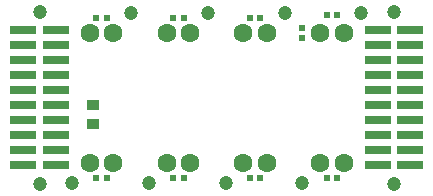
<source format=gbs>
G04 #@! TF.GenerationSoftware,KiCad,Pcbnew,no-vcs-found-d3b382c~59~ubuntu16.04.1*
G04 #@! TF.CreationDate,2017-07-28T01:41:28+01:00*
G04 #@! TF.ProjectId,m3top,6D33746F702E6B696361645F70636200,rev?*
G04 #@! TF.SameCoordinates,Original
G04 #@! TF.FileFunction,Soldermask,Bot*
G04 #@! TF.FilePolarity,Negative*
%FSLAX46Y46*%
G04 Gerber Fmt 4.6, Leading zero omitted, Abs format (unit mm)*
G04 Created by KiCad (PCBNEW no-vcs-found-d3b382c~59~ubuntu16.04.1) date Fri Jul 28 01:41:28 2017*
%MOMM*%
%LPD*%
G01*
G04 APERTURE LIST*
%ADD10R,0.620000X0.620000*%
%ADD11R,1.000000X0.950000*%
%ADD12C,1.200000*%
%ADD13C,1.600000*%
%ADD14R,2.220000X0.740000*%
G04 APERTURE END LIST*
D10*
X107250000Y-94050000D03*
X107250000Y-94950000D03*
D11*
X89550000Y-100600000D03*
X89550000Y-102200000D03*
D10*
X110200000Y-93000000D03*
X109300000Y-93000000D03*
X102800000Y-93250000D03*
X103700000Y-93250000D03*
X109300000Y-106750000D03*
X110200000Y-106750000D03*
D12*
X107250000Y-107200000D03*
D13*
X108750000Y-105500000D03*
X110750000Y-105500000D03*
X102250000Y-94500000D03*
X104250000Y-94500000D03*
D12*
X105750000Y-92800000D03*
X112250000Y-92800000D03*
D13*
X110750000Y-94500000D03*
X108750000Y-94500000D03*
D10*
X102800000Y-106750000D03*
X103700000Y-106750000D03*
X97200000Y-106750000D03*
X96300000Y-106750000D03*
X89800000Y-106750000D03*
X90700000Y-106750000D03*
X89800000Y-93250000D03*
X90700000Y-93250000D03*
X97200000Y-93250000D03*
X96300000Y-93250000D03*
D12*
X100750000Y-107200000D03*
D13*
X102250000Y-105500000D03*
X104250000Y-105500000D03*
X97750000Y-105500000D03*
X95750000Y-105500000D03*
D12*
X94250000Y-107200000D03*
X87750000Y-107200000D03*
D13*
X89250000Y-105500000D03*
X91250000Y-105500000D03*
X89250000Y-94500000D03*
X91250000Y-94500000D03*
D12*
X92750000Y-92800000D03*
X99250000Y-92800000D03*
D13*
X97750000Y-94500000D03*
X95750000Y-94500000D03*
D12*
X115000000Y-92695000D03*
X115000000Y-107305000D03*
D14*
X116365000Y-105715000D03*
X113635000Y-105715000D03*
X116365000Y-104445000D03*
X113635000Y-104445000D03*
X116365000Y-103175000D03*
X113635000Y-103175000D03*
X116365000Y-101905000D03*
X113635000Y-101905000D03*
X116365000Y-100635000D03*
X113635000Y-100635000D03*
X116365000Y-99365000D03*
X113635000Y-99365000D03*
X116365000Y-98095000D03*
X113635000Y-98095000D03*
X116365000Y-96825000D03*
X113635000Y-96825000D03*
X116365000Y-95555000D03*
X113635000Y-95555000D03*
X116365000Y-94285000D03*
X113635000Y-94285000D03*
X83635000Y-94285000D03*
X86365000Y-94285000D03*
X83635000Y-95555000D03*
X86365000Y-95555000D03*
X83635000Y-96825000D03*
X86365000Y-96825000D03*
X83635000Y-98095000D03*
X86365000Y-98095000D03*
X83635000Y-99365000D03*
X86365000Y-99365000D03*
X83635000Y-100635000D03*
X86365000Y-100635000D03*
X83635000Y-101905000D03*
X86365000Y-101905000D03*
X83635000Y-103175000D03*
X86365000Y-103175000D03*
X83635000Y-104445000D03*
X86365000Y-104445000D03*
X83635000Y-105715000D03*
X86365000Y-105715000D03*
D12*
X85000000Y-107305000D03*
X85000000Y-92695000D03*
M02*

</source>
